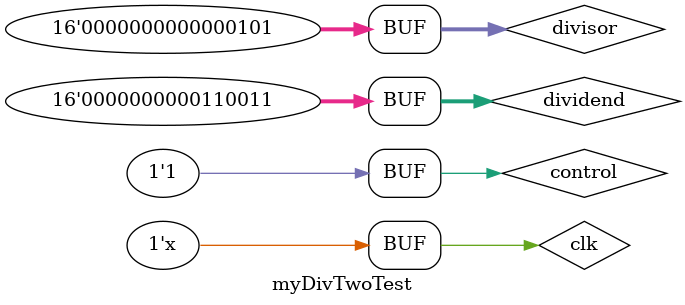
<source format=v>
`timescale 1ns / 1ps


module myDivTwoTest;

	// Inputs
	reg clk;
	reg control;
	reg [15:0] dividend;
	reg [15:0] divisor;

	// Outputs
	wire validity;
	wire [31:0] result;

	// Instantiate the Unit Under Test (UUT)
	Divider uut (
		.clk(clk), 
		.control(control), 
		.dividend(dividend), 
		.divisor(divisor), 
		.validity(validity), 
		.result(result)
	);

	initial begin
		// Initialize Inputs
		clk = 0;
		control = 4'b1001;
		dividend = 51;
		divisor = 5;

		// Wait 100 ns for global reset to finish
		#100;
        
		// Add stimulus here

	end
	always begin
		 #10;
		 clk = ~clk;
   end		
      
endmodule


</source>
